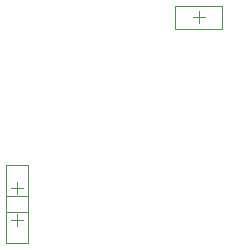
<source format=gbr>
%TF.GenerationSoftware,Altium Limited,Altium Designer,18.1.9 (240)*%
G04 Layer_Color=32768*
%FSLAX26Y26*%
%MOIN*%
%TF.FileFunction,Other,Mechanical_15*%
%TF.Part,Single*%
G01*
G75*
%TA.AperFunction,NonConductor*%
%ADD40C,0.003937*%
D40*
X1395315Y1185000D02*
X1434685D01*
X1415000Y1165315D02*
Y1204685D01*
X1452401Y1106260D02*
Y1263740D01*
X1377598Y1106260D02*
Y1263740D01*
Y1106260D02*
X1452401D01*
X1377598Y1263740D02*
X1452401D01*
X2020000Y1840315D02*
Y1879685D01*
X2000315Y1860000D02*
X2039685D01*
X1941260Y1822599D02*
X2098740D01*
X1941260Y1897402D02*
X2098740D01*
X1941260Y1822599D02*
Y1897402D01*
X2098740Y1822599D02*
Y1897402D01*
X1395315Y1290000D02*
X1434685D01*
X1415000Y1270315D02*
Y1309685D01*
X1452401Y1211260D02*
Y1368740D01*
X1377598Y1211260D02*
Y1368740D01*
X1452401D01*
X1377598Y1211260D02*
X1452401D01*
%TF.MD5,4d8e5939a1ce919676de6142bd30a2c3*%
M02*

</source>
